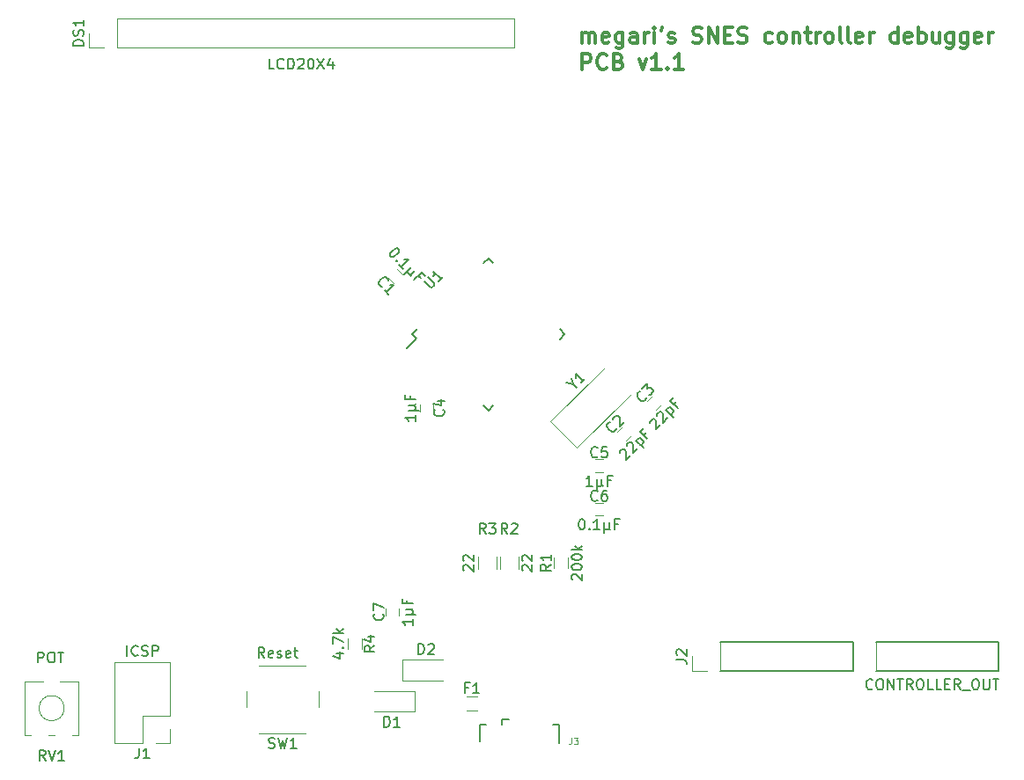
<source format=gbr>
G04 #@! TF.FileFunction,Legend,Top*
%FSLAX46Y46*%
G04 Gerber Fmt 4.6, Leading zero omitted, Abs format (unit mm)*
G04 Created by KiCad (PCBNEW 4.0.7-e1-6374~58~ubuntu16.04.1) date Fri Aug  4 19:48:43 2017*
%MOMM*%
%LPD*%
G01*
G04 APERTURE LIST*
%ADD10C,0.100000*%
%ADD11C,0.300000*%
%ADD12C,0.120000*%
%ADD13C,0.150000*%
%ADD14C,0.127000*%
G04 APERTURE END LIST*
D10*
D11*
X136007143Y-90953571D02*
X136007143Y-89953571D01*
X136007143Y-90096429D02*
X136078571Y-90025000D01*
X136221429Y-89953571D01*
X136435714Y-89953571D01*
X136578571Y-90025000D01*
X136650000Y-90167857D01*
X136650000Y-90953571D01*
X136650000Y-90167857D02*
X136721429Y-90025000D01*
X136864286Y-89953571D01*
X137078571Y-89953571D01*
X137221429Y-90025000D01*
X137292857Y-90167857D01*
X137292857Y-90953571D01*
X138578571Y-90882143D02*
X138435714Y-90953571D01*
X138150000Y-90953571D01*
X138007143Y-90882143D01*
X137935714Y-90739286D01*
X137935714Y-90167857D01*
X138007143Y-90025000D01*
X138150000Y-89953571D01*
X138435714Y-89953571D01*
X138578571Y-90025000D01*
X138650000Y-90167857D01*
X138650000Y-90310714D01*
X137935714Y-90453571D01*
X139935714Y-89953571D02*
X139935714Y-91167857D01*
X139864285Y-91310714D01*
X139792857Y-91382143D01*
X139650000Y-91453571D01*
X139435714Y-91453571D01*
X139292857Y-91382143D01*
X139935714Y-90882143D02*
X139792857Y-90953571D01*
X139507143Y-90953571D01*
X139364285Y-90882143D01*
X139292857Y-90810714D01*
X139221428Y-90667857D01*
X139221428Y-90239286D01*
X139292857Y-90096429D01*
X139364285Y-90025000D01*
X139507143Y-89953571D01*
X139792857Y-89953571D01*
X139935714Y-90025000D01*
X141292857Y-90953571D02*
X141292857Y-90167857D01*
X141221428Y-90025000D01*
X141078571Y-89953571D01*
X140792857Y-89953571D01*
X140650000Y-90025000D01*
X141292857Y-90882143D02*
X141150000Y-90953571D01*
X140792857Y-90953571D01*
X140650000Y-90882143D01*
X140578571Y-90739286D01*
X140578571Y-90596429D01*
X140650000Y-90453571D01*
X140792857Y-90382143D01*
X141150000Y-90382143D01*
X141292857Y-90310714D01*
X142007143Y-90953571D02*
X142007143Y-89953571D01*
X142007143Y-90239286D02*
X142078571Y-90096429D01*
X142150000Y-90025000D01*
X142292857Y-89953571D01*
X142435714Y-89953571D01*
X142935714Y-90953571D02*
X142935714Y-89953571D01*
X142935714Y-89453571D02*
X142864285Y-89525000D01*
X142935714Y-89596429D01*
X143007142Y-89525000D01*
X142935714Y-89453571D01*
X142935714Y-89596429D01*
X143721428Y-89453571D02*
X143578571Y-89739286D01*
X144292857Y-90882143D02*
X144435714Y-90953571D01*
X144721429Y-90953571D01*
X144864286Y-90882143D01*
X144935714Y-90739286D01*
X144935714Y-90667857D01*
X144864286Y-90525000D01*
X144721429Y-90453571D01*
X144507143Y-90453571D01*
X144364286Y-90382143D01*
X144292857Y-90239286D01*
X144292857Y-90167857D01*
X144364286Y-90025000D01*
X144507143Y-89953571D01*
X144721429Y-89953571D01*
X144864286Y-90025000D01*
X146650000Y-90882143D02*
X146864286Y-90953571D01*
X147221429Y-90953571D01*
X147364286Y-90882143D01*
X147435715Y-90810714D01*
X147507143Y-90667857D01*
X147507143Y-90525000D01*
X147435715Y-90382143D01*
X147364286Y-90310714D01*
X147221429Y-90239286D01*
X146935715Y-90167857D01*
X146792857Y-90096429D01*
X146721429Y-90025000D01*
X146650000Y-89882143D01*
X146650000Y-89739286D01*
X146721429Y-89596429D01*
X146792857Y-89525000D01*
X146935715Y-89453571D01*
X147292857Y-89453571D01*
X147507143Y-89525000D01*
X148150000Y-90953571D02*
X148150000Y-89453571D01*
X149007143Y-90953571D01*
X149007143Y-89453571D01*
X149721429Y-90167857D02*
X150221429Y-90167857D01*
X150435715Y-90953571D02*
X149721429Y-90953571D01*
X149721429Y-89453571D01*
X150435715Y-89453571D01*
X151007143Y-90882143D02*
X151221429Y-90953571D01*
X151578572Y-90953571D01*
X151721429Y-90882143D01*
X151792858Y-90810714D01*
X151864286Y-90667857D01*
X151864286Y-90525000D01*
X151792858Y-90382143D01*
X151721429Y-90310714D01*
X151578572Y-90239286D01*
X151292858Y-90167857D01*
X151150000Y-90096429D01*
X151078572Y-90025000D01*
X151007143Y-89882143D01*
X151007143Y-89739286D01*
X151078572Y-89596429D01*
X151150000Y-89525000D01*
X151292858Y-89453571D01*
X151650000Y-89453571D01*
X151864286Y-89525000D01*
X154292857Y-90882143D02*
X154150000Y-90953571D01*
X153864286Y-90953571D01*
X153721428Y-90882143D01*
X153650000Y-90810714D01*
X153578571Y-90667857D01*
X153578571Y-90239286D01*
X153650000Y-90096429D01*
X153721428Y-90025000D01*
X153864286Y-89953571D01*
X154150000Y-89953571D01*
X154292857Y-90025000D01*
X155150000Y-90953571D02*
X155007142Y-90882143D01*
X154935714Y-90810714D01*
X154864285Y-90667857D01*
X154864285Y-90239286D01*
X154935714Y-90096429D01*
X155007142Y-90025000D01*
X155150000Y-89953571D01*
X155364285Y-89953571D01*
X155507142Y-90025000D01*
X155578571Y-90096429D01*
X155650000Y-90239286D01*
X155650000Y-90667857D01*
X155578571Y-90810714D01*
X155507142Y-90882143D01*
X155364285Y-90953571D01*
X155150000Y-90953571D01*
X156292857Y-89953571D02*
X156292857Y-90953571D01*
X156292857Y-90096429D02*
X156364285Y-90025000D01*
X156507143Y-89953571D01*
X156721428Y-89953571D01*
X156864285Y-90025000D01*
X156935714Y-90167857D01*
X156935714Y-90953571D01*
X157435714Y-89953571D02*
X158007143Y-89953571D01*
X157650000Y-89453571D02*
X157650000Y-90739286D01*
X157721428Y-90882143D01*
X157864286Y-90953571D01*
X158007143Y-90953571D01*
X158507143Y-90953571D02*
X158507143Y-89953571D01*
X158507143Y-90239286D02*
X158578571Y-90096429D01*
X158650000Y-90025000D01*
X158792857Y-89953571D01*
X158935714Y-89953571D01*
X159650000Y-90953571D02*
X159507142Y-90882143D01*
X159435714Y-90810714D01*
X159364285Y-90667857D01*
X159364285Y-90239286D01*
X159435714Y-90096429D01*
X159507142Y-90025000D01*
X159650000Y-89953571D01*
X159864285Y-89953571D01*
X160007142Y-90025000D01*
X160078571Y-90096429D01*
X160150000Y-90239286D01*
X160150000Y-90667857D01*
X160078571Y-90810714D01*
X160007142Y-90882143D01*
X159864285Y-90953571D01*
X159650000Y-90953571D01*
X161007143Y-90953571D02*
X160864285Y-90882143D01*
X160792857Y-90739286D01*
X160792857Y-89453571D01*
X161792857Y-90953571D02*
X161649999Y-90882143D01*
X161578571Y-90739286D01*
X161578571Y-89453571D01*
X162935713Y-90882143D02*
X162792856Y-90953571D01*
X162507142Y-90953571D01*
X162364285Y-90882143D01*
X162292856Y-90739286D01*
X162292856Y-90167857D01*
X162364285Y-90025000D01*
X162507142Y-89953571D01*
X162792856Y-89953571D01*
X162935713Y-90025000D01*
X163007142Y-90167857D01*
X163007142Y-90310714D01*
X162292856Y-90453571D01*
X163649999Y-90953571D02*
X163649999Y-89953571D01*
X163649999Y-90239286D02*
X163721427Y-90096429D01*
X163792856Y-90025000D01*
X163935713Y-89953571D01*
X164078570Y-89953571D01*
X166364284Y-90953571D02*
X166364284Y-89453571D01*
X166364284Y-90882143D02*
X166221427Y-90953571D01*
X165935713Y-90953571D01*
X165792855Y-90882143D01*
X165721427Y-90810714D01*
X165649998Y-90667857D01*
X165649998Y-90239286D01*
X165721427Y-90096429D01*
X165792855Y-90025000D01*
X165935713Y-89953571D01*
X166221427Y-89953571D01*
X166364284Y-90025000D01*
X167649998Y-90882143D02*
X167507141Y-90953571D01*
X167221427Y-90953571D01*
X167078570Y-90882143D01*
X167007141Y-90739286D01*
X167007141Y-90167857D01*
X167078570Y-90025000D01*
X167221427Y-89953571D01*
X167507141Y-89953571D01*
X167649998Y-90025000D01*
X167721427Y-90167857D01*
X167721427Y-90310714D01*
X167007141Y-90453571D01*
X168364284Y-90953571D02*
X168364284Y-89453571D01*
X168364284Y-90025000D02*
X168507141Y-89953571D01*
X168792855Y-89953571D01*
X168935712Y-90025000D01*
X169007141Y-90096429D01*
X169078570Y-90239286D01*
X169078570Y-90667857D01*
X169007141Y-90810714D01*
X168935712Y-90882143D01*
X168792855Y-90953571D01*
X168507141Y-90953571D01*
X168364284Y-90882143D01*
X170364284Y-89953571D02*
X170364284Y-90953571D01*
X169721427Y-89953571D02*
X169721427Y-90739286D01*
X169792855Y-90882143D01*
X169935713Y-90953571D01*
X170149998Y-90953571D01*
X170292855Y-90882143D01*
X170364284Y-90810714D01*
X171721427Y-89953571D02*
X171721427Y-91167857D01*
X171649998Y-91310714D01*
X171578570Y-91382143D01*
X171435713Y-91453571D01*
X171221427Y-91453571D01*
X171078570Y-91382143D01*
X171721427Y-90882143D02*
X171578570Y-90953571D01*
X171292856Y-90953571D01*
X171149998Y-90882143D01*
X171078570Y-90810714D01*
X171007141Y-90667857D01*
X171007141Y-90239286D01*
X171078570Y-90096429D01*
X171149998Y-90025000D01*
X171292856Y-89953571D01*
X171578570Y-89953571D01*
X171721427Y-90025000D01*
X173078570Y-89953571D02*
X173078570Y-91167857D01*
X173007141Y-91310714D01*
X172935713Y-91382143D01*
X172792856Y-91453571D01*
X172578570Y-91453571D01*
X172435713Y-91382143D01*
X173078570Y-90882143D02*
X172935713Y-90953571D01*
X172649999Y-90953571D01*
X172507141Y-90882143D01*
X172435713Y-90810714D01*
X172364284Y-90667857D01*
X172364284Y-90239286D01*
X172435713Y-90096429D01*
X172507141Y-90025000D01*
X172649999Y-89953571D01*
X172935713Y-89953571D01*
X173078570Y-90025000D01*
X174364284Y-90882143D02*
X174221427Y-90953571D01*
X173935713Y-90953571D01*
X173792856Y-90882143D01*
X173721427Y-90739286D01*
X173721427Y-90167857D01*
X173792856Y-90025000D01*
X173935713Y-89953571D01*
X174221427Y-89953571D01*
X174364284Y-90025000D01*
X174435713Y-90167857D01*
X174435713Y-90310714D01*
X173721427Y-90453571D01*
X175078570Y-90953571D02*
X175078570Y-89953571D01*
X175078570Y-90239286D02*
X175149998Y-90096429D01*
X175221427Y-90025000D01*
X175364284Y-89953571D01*
X175507141Y-89953571D01*
X136007143Y-93503571D02*
X136007143Y-92003571D01*
X136578571Y-92003571D01*
X136721429Y-92075000D01*
X136792857Y-92146429D01*
X136864286Y-92289286D01*
X136864286Y-92503571D01*
X136792857Y-92646429D01*
X136721429Y-92717857D01*
X136578571Y-92789286D01*
X136007143Y-92789286D01*
X138364286Y-93360714D02*
X138292857Y-93432143D01*
X138078571Y-93503571D01*
X137935714Y-93503571D01*
X137721429Y-93432143D01*
X137578571Y-93289286D01*
X137507143Y-93146429D01*
X137435714Y-92860714D01*
X137435714Y-92646429D01*
X137507143Y-92360714D01*
X137578571Y-92217857D01*
X137721429Y-92075000D01*
X137935714Y-92003571D01*
X138078571Y-92003571D01*
X138292857Y-92075000D01*
X138364286Y-92146429D01*
X139507143Y-92717857D02*
X139721429Y-92789286D01*
X139792857Y-92860714D01*
X139864286Y-93003571D01*
X139864286Y-93217857D01*
X139792857Y-93360714D01*
X139721429Y-93432143D01*
X139578571Y-93503571D01*
X139007143Y-93503571D01*
X139007143Y-92003571D01*
X139507143Y-92003571D01*
X139650000Y-92075000D01*
X139721429Y-92146429D01*
X139792857Y-92289286D01*
X139792857Y-92432143D01*
X139721429Y-92575000D01*
X139650000Y-92646429D01*
X139507143Y-92717857D01*
X139007143Y-92717857D01*
X141507143Y-92503571D02*
X141864286Y-93503571D01*
X142221428Y-92503571D01*
X143578571Y-93503571D02*
X142721428Y-93503571D01*
X143150000Y-93503571D02*
X143150000Y-92003571D01*
X143007143Y-92217857D01*
X142864285Y-92360714D01*
X142721428Y-92432143D01*
X144221428Y-93360714D02*
X144292856Y-93432143D01*
X144221428Y-93503571D01*
X144149999Y-93432143D01*
X144221428Y-93360714D01*
X144221428Y-93503571D01*
X145721428Y-93503571D02*
X144864285Y-93503571D01*
X145292857Y-93503571D02*
X145292857Y-92003571D01*
X145150000Y-92217857D01*
X145007142Y-92360714D01*
X144864285Y-92432143D01*
D12*
X96390000Y-155730000D02*
X96390000Y-150530000D01*
X96390000Y-150530000D02*
X91070000Y-150530000D01*
X91070000Y-150530000D02*
X91070000Y-158390000D01*
X91070000Y-158390000D02*
X93730000Y-158390000D01*
X93730000Y-158390000D02*
X93730000Y-155730000D01*
X93730000Y-155730000D02*
X96390000Y-155730000D01*
X96390000Y-157000000D02*
X96390000Y-158390000D01*
X96390000Y-158390000D02*
X95000000Y-158390000D01*
D13*
X119681445Y-119000000D02*
X120088031Y-119406586D01*
X127000000Y-111681445D02*
X127477297Y-112158742D01*
X134318555Y-119000000D02*
X133841258Y-118522703D01*
X127000000Y-126318555D02*
X126522703Y-125841258D01*
X119681445Y-119000000D02*
X120158742Y-118522703D01*
X127000000Y-126318555D02*
X127477297Y-125841258D01*
X134318555Y-119000000D02*
X133841258Y-119477297D01*
X127000000Y-111681445D02*
X126522703Y-112158742D01*
X120088031Y-119406586D02*
X119186470Y-120308148D01*
D12*
X117873223Y-114071751D02*
X117378249Y-113576777D01*
X118226777Y-112728249D02*
X118721751Y-113223223D01*
X139378249Y-128373223D02*
X139873223Y-127878249D01*
X140721751Y-128726777D02*
X140226777Y-129221751D01*
X142278249Y-125423223D02*
X142773223Y-124928249D01*
X143621751Y-125776777D02*
X143126777Y-126271751D01*
X121650000Y-125750000D02*
X121650000Y-126450000D01*
X120450000Y-126450000D02*
X120450000Y-125750000D01*
D13*
X129000000Y-156050000D02*
X128300000Y-156050000D01*
X128300000Y-156050000D02*
X128300000Y-156550000D01*
X133800000Y-158350000D02*
X133800000Y-156550000D01*
X133800000Y-156550000D02*
X133200000Y-156550000D01*
X126200000Y-158150000D02*
X126200000Y-156550000D01*
X126200000Y-156550000D02*
X126800000Y-156550000D01*
D12*
X134680000Y-140500000D02*
X134680000Y-141500000D01*
X133320000Y-141500000D02*
X133320000Y-140500000D01*
X129880000Y-140400000D02*
X129880000Y-141600000D01*
X128120000Y-141600000D02*
X128120000Y-140400000D01*
X127780000Y-140400000D02*
X127780000Y-141600000D01*
X126020000Y-141600000D02*
X126020000Y-140400000D01*
X87560000Y-152440000D02*
X87560000Y-157560000D01*
X82440000Y-152440000D02*
X82440000Y-157560000D01*
X87560000Y-152440000D02*
X85830000Y-152440000D01*
X84170000Y-152440000D02*
X82440000Y-152440000D01*
X87560000Y-157560000D02*
X86980000Y-157560000D01*
X85320000Y-157560000D02*
X84680000Y-157560000D01*
X83020000Y-157560000D02*
X82440000Y-157560000D01*
X86210000Y-155000000D02*
G75*
G03X86210000Y-155000000I-1210000J0D01*
G01*
D14*
X176067000Y-151397000D02*
X176067000Y-148603000D01*
D12*
X164240000Y-148610000D02*
X164240000Y-151390000D01*
D14*
X176067000Y-148603000D02*
X164240000Y-148603000D01*
X164240000Y-151397000D02*
X176067000Y-151397000D01*
X149270000Y-151397000D02*
X162097000Y-151397000D01*
X162097000Y-151397000D02*
X162097000Y-148603000D01*
X162097000Y-148603000D02*
X149270000Y-148603000D01*
D12*
X149270000Y-148610000D02*
X149270000Y-151390000D01*
X148000000Y-151390000D02*
X146610000Y-151390000D01*
X146610000Y-151390000D02*
X146610000Y-150000000D01*
X119950000Y-155350000D02*
X119950000Y-153350000D01*
X119950000Y-153350000D02*
X116050000Y-153350000D01*
X119950000Y-155350000D02*
X116050000Y-155350000D01*
X118750000Y-150350000D02*
X118750000Y-152350000D01*
X118750000Y-152350000D02*
X122650000Y-152350000D01*
X118750000Y-150350000D02*
X122650000Y-150350000D01*
X125900000Y-155230000D02*
X124900000Y-155230000D01*
X124900000Y-153870000D02*
X125900000Y-153870000D01*
X109450000Y-150900000D02*
X104950000Y-150900000D01*
X110700000Y-154900000D02*
X110700000Y-153400000D01*
X104950000Y-157400000D02*
X109450000Y-157400000D01*
X103700000Y-153400000D02*
X103700000Y-154900000D01*
X137300000Y-131050000D02*
X138000000Y-131050000D01*
X138000000Y-132250000D02*
X137300000Y-132250000D01*
X137300000Y-135250000D02*
X138000000Y-135250000D01*
X138000000Y-136450000D02*
X137300000Y-136450000D01*
X117150000Y-146100000D02*
X117150000Y-145400000D01*
X118350000Y-145400000D02*
X118350000Y-146100000D01*
X113470000Y-149300000D02*
X113470000Y-148300000D01*
X114830000Y-148300000D02*
X114830000Y-149300000D01*
X138086396Y-122268019D02*
X132959872Y-127394544D01*
X132959872Y-127394544D02*
X135505456Y-129940128D01*
X135505456Y-129940128D02*
X140631981Y-124813604D01*
X91270000Y-91390000D02*
X129490000Y-91390000D01*
X129490000Y-91390000D02*
X129490000Y-88610000D01*
X129490000Y-88610000D02*
X91270000Y-88610000D01*
X91270000Y-88610000D02*
X91270000Y-91390000D01*
X90000000Y-91390000D02*
X88610000Y-91390000D01*
X88610000Y-91390000D02*
X88610000Y-90000000D01*
D13*
X93396667Y-158842381D02*
X93396667Y-159556667D01*
X93349047Y-159699524D01*
X93253809Y-159794762D01*
X93110952Y-159842381D01*
X93015714Y-159842381D01*
X94396667Y-159842381D02*
X93825238Y-159842381D01*
X94110952Y-159842381D02*
X94110952Y-158842381D01*
X94015714Y-158985238D01*
X93920476Y-159080476D01*
X93825238Y-159128095D01*
X92253810Y-149982381D02*
X92253810Y-148982381D01*
X93301429Y-149887143D02*
X93253810Y-149934762D01*
X93110953Y-149982381D01*
X93015715Y-149982381D01*
X92872857Y-149934762D01*
X92777619Y-149839524D01*
X92730000Y-149744286D01*
X92682381Y-149553810D01*
X92682381Y-149410952D01*
X92730000Y-149220476D01*
X92777619Y-149125238D01*
X92872857Y-149030000D01*
X93015715Y-148982381D01*
X93110953Y-148982381D01*
X93253810Y-149030000D01*
X93301429Y-149077619D01*
X93682381Y-149934762D02*
X93825238Y-149982381D01*
X94063334Y-149982381D01*
X94158572Y-149934762D01*
X94206191Y-149887143D01*
X94253810Y-149791905D01*
X94253810Y-149696667D01*
X94206191Y-149601429D01*
X94158572Y-149553810D01*
X94063334Y-149506190D01*
X93872857Y-149458571D01*
X93777619Y-149410952D01*
X93730000Y-149363333D01*
X93682381Y-149268095D01*
X93682381Y-149172857D01*
X93730000Y-149077619D01*
X93777619Y-149030000D01*
X93872857Y-148982381D01*
X94110953Y-148982381D01*
X94253810Y-149030000D01*
X94682381Y-149982381D02*
X94682381Y-148982381D01*
X95063334Y-148982381D01*
X95158572Y-149030000D01*
X95206191Y-149077619D01*
X95253810Y-149172857D01*
X95253810Y-149315714D01*
X95206191Y-149410952D01*
X95158572Y-149458571D01*
X95063334Y-149506190D01*
X94682381Y-149506190D01*
X120806081Y-113883577D02*
X121378501Y-114455997D01*
X121479516Y-114489669D01*
X121546859Y-114489669D01*
X121647874Y-114455997D01*
X121782562Y-114321309D01*
X121816234Y-114220294D01*
X121816234Y-114152951D01*
X121782562Y-114051936D01*
X121210142Y-113479516D01*
X122624356Y-113479516D02*
X122220294Y-113883577D01*
X122422325Y-113681547D02*
X121715218Y-112974440D01*
X121748890Y-113142799D01*
X121748890Y-113277485D01*
X121715218Y-113378501D01*
X116795728Y-114418571D02*
X116728385Y-114418571D01*
X116593698Y-114351227D01*
X116526354Y-114283884D01*
X116459010Y-114149196D01*
X116459010Y-114014509D01*
X116492682Y-113913494D01*
X116593697Y-113745136D01*
X116694713Y-113644120D01*
X116863072Y-113543105D01*
X116964087Y-113509433D01*
X117098774Y-113509433D01*
X117233461Y-113576777D01*
X117300805Y-113644120D01*
X117368148Y-113778807D01*
X117368148Y-113846151D01*
X117401820Y-115159349D02*
X116997758Y-114755288D01*
X117199789Y-114957318D02*
X117906895Y-114250211D01*
X117738537Y-114283883D01*
X117603850Y-114283883D01*
X117502835Y-114250211D01*
X118285702Y-110739932D02*
X118353046Y-110807276D01*
X118386718Y-110908291D01*
X118386718Y-110975634D01*
X118353046Y-111076650D01*
X118252031Y-111245008D01*
X118083672Y-111413367D01*
X117915313Y-111514383D01*
X117814298Y-111548054D01*
X117746954Y-111548054D01*
X117645939Y-111514383D01*
X117578595Y-111447038D01*
X117544923Y-111346023D01*
X117544923Y-111278680D01*
X117578595Y-111177665D01*
X117679610Y-111009306D01*
X117847970Y-110840947D01*
X118016328Y-110739932D01*
X118117343Y-110706260D01*
X118184687Y-110706260D01*
X118285702Y-110739932D01*
X118184687Y-111918443D02*
X118184687Y-111985787D01*
X118117343Y-111985787D01*
X118117343Y-111918443D01*
X118184687Y-111918443D01*
X118117343Y-111985787D01*
X118824450Y-112692893D02*
X118420389Y-112288832D01*
X118622419Y-112490862D02*
X119329526Y-111783756D01*
X119161167Y-111817427D01*
X119026480Y-111817427D01*
X118925465Y-111783756D01*
X119598900Y-112524534D02*
X118891793Y-113231641D01*
X119565229Y-113231642D02*
X119531557Y-113332657D01*
X119565229Y-113433672D01*
X119228511Y-112894924D02*
X119194839Y-112995939D01*
X119228511Y-113096954D01*
X119363198Y-113231642D01*
X119464213Y-113265313D01*
X119565229Y-113231642D01*
X119935618Y-112861252D01*
X120474366Y-113602030D02*
X120238664Y-113366328D01*
X119868274Y-113736717D02*
X120575381Y-113029611D01*
X120912099Y-113366328D01*
X139300805Y-128036506D02*
X139300805Y-128103849D01*
X139233461Y-128238536D01*
X139166118Y-128305880D01*
X139031430Y-128373224D01*
X138896743Y-128373224D01*
X138795728Y-128339552D01*
X138627370Y-128238537D01*
X138526354Y-128137521D01*
X138425339Y-127969162D01*
X138391667Y-127868147D01*
X138391667Y-127733460D01*
X138459011Y-127598773D01*
X138526354Y-127531429D01*
X138661041Y-127464086D01*
X138728385Y-127464086D01*
X138997758Y-127194712D02*
X138997758Y-127127369D01*
X139031430Y-127026354D01*
X139199789Y-126857994D01*
X139300805Y-126824323D01*
X139368148Y-126824323D01*
X139469163Y-126857994D01*
X139536507Y-126925338D01*
X139603850Y-127060025D01*
X139603850Y-127868147D01*
X140041583Y-127430414D01*
X139629103Y-130452454D02*
X139629103Y-130385110D01*
X139662775Y-130284095D01*
X139831134Y-130115736D01*
X139932149Y-130082064D01*
X139999493Y-130082064D01*
X140100508Y-130115736D01*
X140167851Y-130183079D01*
X140235195Y-130317766D01*
X140235195Y-131125889D01*
X140672928Y-130688156D01*
X140302538Y-129779019D02*
X140302538Y-129711675D01*
X140336210Y-129610660D01*
X140504569Y-129442301D01*
X140605584Y-129408629D01*
X140672928Y-129408629D01*
X140773943Y-129442301D01*
X140841286Y-129509644D01*
X140908630Y-129644331D01*
X140908630Y-130452454D01*
X141346363Y-130014721D01*
X141178003Y-129240270D02*
X141885110Y-129947377D01*
X141211675Y-129273942D02*
X141245347Y-129172927D01*
X141380034Y-129038239D01*
X141481050Y-129004568D01*
X141548393Y-129004568D01*
X141649408Y-129038239D01*
X141851439Y-129240270D01*
X141885111Y-129341286D01*
X141885111Y-129408629D01*
X141851439Y-129509644D01*
X141716752Y-129644332D01*
X141615736Y-129678003D01*
X142154485Y-128465819D02*
X141918782Y-128701522D01*
X142289172Y-129071912D02*
X141582065Y-128364805D01*
X141918783Y-128028087D01*
X142200805Y-125086506D02*
X142200805Y-125153849D01*
X142133461Y-125288536D01*
X142066118Y-125355880D01*
X141931430Y-125423224D01*
X141796743Y-125423224D01*
X141695728Y-125389552D01*
X141527370Y-125288537D01*
X141426354Y-125187521D01*
X141325339Y-125019162D01*
X141291667Y-124918147D01*
X141291667Y-124783460D01*
X141359011Y-124648773D01*
X141426354Y-124581429D01*
X141561041Y-124514086D01*
X141628385Y-124514086D01*
X141796743Y-124211041D02*
X142234476Y-123773307D01*
X142268147Y-124278384D01*
X142369163Y-124177368D01*
X142470178Y-124143696D01*
X142537522Y-124143696D01*
X142638538Y-124177369D01*
X142806896Y-124345727D01*
X142840568Y-124446743D01*
X142840568Y-124514086D01*
X142806896Y-124615101D01*
X142604865Y-124817132D01*
X142503850Y-124850804D01*
X142436507Y-124850804D01*
X142529103Y-127502454D02*
X142529103Y-127435110D01*
X142562775Y-127334095D01*
X142731134Y-127165736D01*
X142832149Y-127132064D01*
X142899493Y-127132064D01*
X143000508Y-127165736D01*
X143067851Y-127233079D01*
X143135195Y-127367766D01*
X143135195Y-128175889D01*
X143572928Y-127738156D01*
X143202538Y-126829019D02*
X143202538Y-126761675D01*
X143236210Y-126660660D01*
X143404569Y-126492301D01*
X143505584Y-126458629D01*
X143572928Y-126458629D01*
X143673943Y-126492301D01*
X143741286Y-126559644D01*
X143808630Y-126694331D01*
X143808630Y-127502454D01*
X144246363Y-127064721D01*
X144078003Y-126290270D02*
X144785110Y-126997377D01*
X144111675Y-126323942D02*
X144145347Y-126222927D01*
X144280034Y-126088239D01*
X144381050Y-126054568D01*
X144448393Y-126054568D01*
X144549408Y-126088239D01*
X144751439Y-126290270D01*
X144785111Y-126391286D01*
X144785111Y-126458629D01*
X144751439Y-126559644D01*
X144616752Y-126694332D01*
X144515736Y-126728003D01*
X145054485Y-125515819D02*
X144818782Y-125751522D01*
X145189172Y-126121912D02*
X144482065Y-125414805D01*
X144818783Y-125078087D01*
X122657143Y-126266666D02*
X122704762Y-126314285D01*
X122752381Y-126457142D01*
X122752381Y-126552380D01*
X122704762Y-126695238D01*
X122609524Y-126790476D01*
X122514286Y-126838095D01*
X122323810Y-126885714D01*
X122180952Y-126885714D01*
X121990476Y-126838095D01*
X121895238Y-126790476D01*
X121800000Y-126695238D01*
X121752381Y-126552380D01*
X121752381Y-126457142D01*
X121800000Y-126314285D01*
X121847619Y-126266666D01*
X122085714Y-125409523D02*
X122752381Y-125409523D01*
X121704762Y-125647619D02*
X122419048Y-125885714D01*
X122419048Y-125266666D01*
X120002381Y-126766666D02*
X120002381Y-127338095D01*
X120002381Y-127052381D02*
X119002381Y-127052381D01*
X119145238Y-127147619D01*
X119240476Y-127242857D01*
X119288095Y-127338095D01*
X119335714Y-126338095D02*
X120335714Y-126338095D01*
X119859524Y-125861904D02*
X119954762Y-125814285D01*
X120002381Y-125719047D01*
X119859524Y-126338095D02*
X119954762Y-126290476D01*
X120002381Y-126195238D01*
X120002381Y-126004761D01*
X119954762Y-125909523D01*
X119859524Y-125861904D01*
X119335714Y-125861904D01*
X119478571Y-124957142D02*
X119478571Y-125290476D01*
X120002381Y-125290476D02*
X119002381Y-125290476D01*
X119002381Y-124814285D01*
D10*
X135000000Y-157871429D02*
X135000000Y-158300000D01*
X134971428Y-158385714D01*
X134914285Y-158442857D01*
X134828571Y-158471429D01*
X134771428Y-158471429D01*
X135228571Y-157871429D02*
X135600000Y-157871429D01*
X135400000Y-158100000D01*
X135485714Y-158100000D01*
X135542857Y-158128571D01*
X135571428Y-158157143D01*
X135600000Y-158214286D01*
X135600000Y-158357143D01*
X135571428Y-158414286D01*
X135542857Y-158442857D01*
X135485714Y-158471429D01*
X135314286Y-158471429D01*
X135257143Y-158442857D01*
X135228571Y-158414286D01*
D13*
X133002381Y-141166666D02*
X132526190Y-141500000D01*
X133002381Y-141738095D02*
X132002381Y-141738095D01*
X132002381Y-141357142D01*
X132050000Y-141261904D01*
X132097619Y-141214285D01*
X132192857Y-141166666D01*
X132335714Y-141166666D01*
X132430952Y-141214285D01*
X132478571Y-141261904D01*
X132526190Y-141357142D01*
X132526190Y-141738095D01*
X133002381Y-140214285D02*
X133002381Y-140785714D01*
X133002381Y-140500000D02*
X132002381Y-140500000D01*
X132145238Y-140595238D01*
X132240476Y-140690476D01*
X132288095Y-140785714D01*
X135097619Y-142642857D02*
X135050000Y-142595238D01*
X135002381Y-142500000D01*
X135002381Y-142261904D01*
X135050000Y-142166666D01*
X135097619Y-142119047D01*
X135192857Y-142071428D01*
X135288095Y-142071428D01*
X135430952Y-142119047D01*
X136002381Y-142690476D01*
X136002381Y-142071428D01*
X135002381Y-141452381D02*
X135002381Y-141357142D01*
X135050000Y-141261904D01*
X135097619Y-141214285D01*
X135192857Y-141166666D01*
X135383333Y-141119047D01*
X135621429Y-141119047D01*
X135811905Y-141166666D01*
X135907143Y-141214285D01*
X135954762Y-141261904D01*
X136002381Y-141357142D01*
X136002381Y-141452381D01*
X135954762Y-141547619D01*
X135907143Y-141595238D01*
X135811905Y-141642857D01*
X135621429Y-141690476D01*
X135383333Y-141690476D01*
X135192857Y-141642857D01*
X135097619Y-141595238D01*
X135050000Y-141547619D01*
X135002381Y-141452381D01*
X135002381Y-140500000D02*
X135002381Y-140404761D01*
X135050000Y-140309523D01*
X135097619Y-140261904D01*
X135192857Y-140214285D01*
X135383333Y-140166666D01*
X135621429Y-140166666D01*
X135811905Y-140214285D01*
X135907143Y-140261904D01*
X135954762Y-140309523D01*
X136002381Y-140404761D01*
X136002381Y-140500000D01*
X135954762Y-140595238D01*
X135907143Y-140642857D01*
X135811905Y-140690476D01*
X135621429Y-140738095D01*
X135383333Y-140738095D01*
X135192857Y-140690476D01*
X135097619Y-140642857D01*
X135050000Y-140595238D01*
X135002381Y-140500000D01*
X136002381Y-139738095D02*
X135002381Y-139738095D01*
X135621429Y-139642857D02*
X136002381Y-139357142D01*
X135335714Y-139357142D02*
X135716667Y-139738095D01*
X128833334Y-138202381D02*
X128500000Y-137726190D01*
X128261905Y-138202381D02*
X128261905Y-137202381D01*
X128642858Y-137202381D01*
X128738096Y-137250000D01*
X128785715Y-137297619D01*
X128833334Y-137392857D01*
X128833334Y-137535714D01*
X128785715Y-137630952D01*
X128738096Y-137678571D01*
X128642858Y-137726190D01*
X128261905Y-137726190D01*
X129214286Y-137297619D02*
X129261905Y-137250000D01*
X129357143Y-137202381D01*
X129595239Y-137202381D01*
X129690477Y-137250000D01*
X129738096Y-137297619D01*
X129785715Y-137392857D01*
X129785715Y-137488095D01*
X129738096Y-137630952D01*
X129166667Y-138202381D01*
X129785715Y-138202381D01*
X130297619Y-141761905D02*
X130250000Y-141714286D01*
X130202381Y-141619048D01*
X130202381Y-141380952D01*
X130250000Y-141285714D01*
X130297619Y-141238095D01*
X130392857Y-141190476D01*
X130488095Y-141190476D01*
X130630952Y-141238095D01*
X131202381Y-141809524D01*
X131202381Y-141190476D01*
X130297619Y-140809524D02*
X130250000Y-140761905D01*
X130202381Y-140666667D01*
X130202381Y-140428571D01*
X130250000Y-140333333D01*
X130297619Y-140285714D01*
X130392857Y-140238095D01*
X130488095Y-140238095D01*
X130630952Y-140285714D01*
X131202381Y-140857143D01*
X131202381Y-140238095D01*
X126733334Y-138202381D02*
X126400000Y-137726190D01*
X126161905Y-138202381D02*
X126161905Y-137202381D01*
X126542858Y-137202381D01*
X126638096Y-137250000D01*
X126685715Y-137297619D01*
X126733334Y-137392857D01*
X126733334Y-137535714D01*
X126685715Y-137630952D01*
X126638096Y-137678571D01*
X126542858Y-137726190D01*
X126161905Y-137726190D01*
X127066667Y-137202381D02*
X127685715Y-137202381D01*
X127352381Y-137583333D01*
X127495239Y-137583333D01*
X127590477Y-137630952D01*
X127638096Y-137678571D01*
X127685715Y-137773810D01*
X127685715Y-138011905D01*
X127638096Y-138107143D01*
X127590477Y-138154762D01*
X127495239Y-138202381D01*
X127209524Y-138202381D01*
X127114286Y-138154762D01*
X127066667Y-138107143D01*
X124647619Y-141761905D02*
X124600000Y-141714286D01*
X124552381Y-141619048D01*
X124552381Y-141380952D01*
X124600000Y-141285714D01*
X124647619Y-141238095D01*
X124742857Y-141190476D01*
X124838095Y-141190476D01*
X124980952Y-141238095D01*
X125552381Y-141809524D01*
X125552381Y-141190476D01*
X124647619Y-140809524D02*
X124600000Y-140761905D01*
X124552381Y-140666667D01*
X124552381Y-140428571D01*
X124600000Y-140333333D01*
X124647619Y-140285714D01*
X124742857Y-140238095D01*
X124838095Y-140238095D01*
X124980952Y-140285714D01*
X125552381Y-140857143D01*
X125552381Y-140238095D01*
X84404762Y-160052381D02*
X84071428Y-159576190D01*
X83833333Y-160052381D02*
X83833333Y-159052381D01*
X84214286Y-159052381D01*
X84309524Y-159100000D01*
X84357143Y-159147619D01*
X84404762Y-159242857D01*
X84404762Y-159385714D01*
X84357143Y-159480952D01*
X84309524Y-159528571D01*
X84214286Y-159576190D01*
X83833333Y-159576190D01*
X84690476Y-159052381D02*
X85023809Y-160052381D01*
X85357143Y-159052381D01*
X86214286Y-160052381D02*
X85642857Y-160052381D01*
X85928571Y-160052381D02*
X85928571Y-159052381D01*
X85833333Y-159195238D01*
X85738095Y-159290476D01*
X85642857Y-159338095D01*
X83683333Y-150602381D02*
X83683333Y-149602381D01*
X84064286Y-149602381D01*
X84159524Y-149650000D01*
X84207143Y-149697619D01*
X84254762Y-149792857D01*
X84254762Y-149935714D01*
X84207143Y-150030952D01*
X84159524Y-150078571D01*
X84064286Y-150126190D01*
X83683333Y-150126190D01*
X84873809Y-149602381D02*
X85064286Y-149602381D01*
X85159524Y-149650000D01*
X85254762Y-149745238D01*
X85302381Y-149935714D01*
X85302381Y-150269048D01*
X85254762Y-150459524D01*
X85159524Y-150554762D01*
X85064286Y-150602381D01*
X84873809Y-150602381D01*
X84778571Y-150554762D01*
X84683333Y-150459524D01*
X84635714Y-150269048D01*
X84635714Y-149935714D01*
X84683333Y-149745238D01*
X84778571Y-149650000D01*
X84873809Y-149602381D01*
X85588095Y-149602381D02*
X86159524Y-149602381D01*
X85873809Y-150602381D02*
X85873809Y-149602381D01*
X145062381Y-150333333D02*
X145776667Y-150333333D01*
X145919524Y-150380953D01*
X146014762Y-150476191D01*
X146062381Y-150619048D01*
X146062381Y-150714286D01*
X145157619Y-149904762D02*
X145110000Y-149857143D01*
X145062381Y-149761905D01*
X145062381Y-149523809D01*
X145110000Y-149428571D01*
X145157619Y-149380952D01*
X145252857Y-149333333D01*
X145348095Y-149333333D01*
X145490952Y-149380952D01*
X146062381Y-149952381D01*
X146062381Y-149333333D01*
X163935714Y-153107143D02*
X163888095Y-153154762D01*
X163745238Y-153202381D01*
X163650000Y-153202381D01*
X163507142Y-153154762D01*
X163411904Y-153059524D01*
X163364285Y-152964286D01*
X163316666Y-152773810D01*
X163316666Y-152630952D01*
X163364285Y-152440476D01*
X163411904Y-152345238D01*
X163507142Y-152250000D01*
X163650000Y-152202381D01*
X163745238Y-152202381D01*
X163888095Y-152250000D01*
X163935714Y-152297619D01*
X164554761Y-152202381D02*
X164745238Y-152202381D01*
X164840476Y-152250000D01*
X164935714Y-152345238D01*
X164983333Y-152535714D01*
X164983333Y-152869048D01*
X164935714Y-153059524D01*
X164840476Y-153154762D01*
X164745238Y-153202381D01*
X164554761Y-153202381D01*
X164459523Y-153154762D01*
X164364285Y-153059524D01*
X164316666Y-152869048D01*
X164316666Y-152535714D01*
X164364285Y-152345238D01*
X164459523Y-152250000D01*
X164554761Y-152202381D01*
X165411904Y-153202381D02*
X165411904Y-152202381D01*
X165983333Y-153202381D01*
X165983333Y-152202381D01*
X166316666Y-152202381D02*
X166888095Y-152202381D01*
X166602380Y-153202381D02*
X166602380Y-152202381D01*
X167792857Y-153202381D02*
X167459523Y-152726190D01*
X167221428Y-153202381D02*
X167221428Y-152202381D01*
X167602381Y-152202381D01*
X167697619Y-152250000D01*
X167745238Y-152297619D01*
X167792857Y-152392857D01*
X167792857Y-152535714D01*
X167745238Y-152630952D01*
X167697619Y-152678571D01*
X167602381Y-152726190D01*
X167221428Y-152726190D01*
X168411904Y-152202381D02*
X168602381Y-152202381D01*
X168697619Y-152250000D01*
X168792857Y-152345238D01*
X168840476Y-152535714D01*
X168840476Y-152869048D01*
X168792857Y-153059524D01*
X168697619Y-153154762D01*
X168602381Y-153202381D01*
X168411904Y-153202381D01*
X168316666Y-153154762D01*
X168221428Y-153059524D01*
X168173809Y-152869048D01*
X168173809Y-152535714D01*
X168221428Y-152345238D01*
X168316666Y-152250000D01*
X168411904Y-152202381D01*
X169745238Y-153202381D02*
X169269047Y-153202381D01*
X169269047Y-152202381D01*
X170554762Y-153202381D02*
X170078571Y-153202381D01*
X170078571Y-152202381D01*
X170888095Y-152678571D02*
X171221429Y-152678571D01*
X171364286Y-153202381D02*
X170888095Y-153202381D01*
X170888095Y-152202381D01*
X171364286Y-152202381D01*
X172364286Y-153202381D02*
X172030952Y-152726190D01*
X171792857Y-153202381D02*
X171792857Y-152202381D01*
X172173810Y-152202381D01*
X172269048Y-152250000D01*
X172316667Y-152297619D01*
X172364286Y-152392857D01*
X172364286Y-152535714D01*
X172316667Y-152630952D01*
X172269048Y-152678571D01*
X172173810Y-152726190D01*
X171792857Y-152726190D01*
X172554762Y-153297619D02*
X173316667Y-153297619D01*
X173745238Y-152202381D02*
X173935715Y-152202381D01*
X174030953Y-152250000D01*
X174126191Y-152345238D01*
X174173810Y-152535714D01*
X174173810Y-152869048D01*
X174126191Y-153059524D01*
X174030953Y-153154762D01*
X173935715Y-153202381D01*
X173745238Y-153202381D01*
X173650000Y-153154762D01*
X173554762Y-153059524D01*
X173507143Y-152869048D01*
X173507143Y-152535714D01*
X173554762Y-152345238D01*
X173650000Y-152250000D01*
X173745238Y-152202381D01*
X174602381Y-152202381D02*
X174602381Y-153011905D01*
X174650000Y-153107143D01*
X174697619Y-153154762D01*
X174792857Y-153202381D01*
X174983334Y-153202381D01*
X175078572Y-153154762D01*
X175126191Y-153107143D01*
X175173810Y-153011905D01*
X175173810Y-152202381D01*
X175507143Y-152202381D02*
X176078572Y-152202381D01*
X175792857Y-153202381D02*
X175792857Y-152202381D01*
X116961905Y-156802381D02*
X116961905Y-155802381D01*
X117200000Y-155802381D01*
X117342858Y-155850000D01*
X117438096Y-155945238D01*
X117485715Y-156040476D01*
X117533334Y-156230952D01*
X117533334Y-156373810D01*
X117485715Y-156564286D01*
X117438096Y-156659524D01*
X117342858Y-156754762D01*
X117200000Y-156802381D01*
X116961905Y-156802381D01*
X118485715Y-156802381D02*
X117914286Y-156802381D01*
X118200000Y-156802381D02*
X118200000Y-155802381D01*
X118104762Y-155945238D01*
X118009524Y-156040476D01*
X117914286Y-156088095D01*
X120261905Y-149802381D02*
X120261905Y-148802381D01*
X120500000Y-148802381D01*
X120642858Y-148850000D01*
X120738096Y-148945238D01*
X120785715Y-149040476D01*
X120833334Y-149230952D01*
X120833334Y-149373810D01*
X120785715Y-149564286D01*
X120738096Y-149659524D01*
X120642858Y-149754762D01*
X120500000Y-149802381D01*
X120261905Y-149802381D01*
X121214286Y-148897619D02*
X121261905Y-148850000D01*
X121357143Y-148802381D01*
X121595239Y-148802381D01*
X121690477Y-148850000D01*
X121738096Y-148897619D01*
X121785715Y-148992857D01*
X121785715Y-149088095D01*
X121738096Y-149230952D01*
X121166667Y-149802381D01*
X121785715Y-149802381D01*
X125066667Y-153028571D02*
X124733333Y-153028571D01*
X124733333Y-153552381D02*
X124733333Y-152552381D01*
X125209524Y-152552381D01*
X126114286Y-153552381D02*
X125542857Y-153552381D01*
X125828571Y-153552381D02*
X125828571Y-152552381D01*
X125733333Y-152695238D01*
X125638095Y-152790476D01*
X125542857Y-152838095D01*
X105866667Y-158804762D02*
X106009524Y-158852381D01*
X106247620Y-158852381D01*
X106342858Y-158804762D01*
X106390477Y-158757143D01*
X106438096Y-158661905D01*
X106438096Y-158566667D01*
X106390477Y-158471429D01*
X106342858Y-158423810D01*
X106247620Y-158376190D01*
X106057143Y-158328571D01*
X105961905Y-158280952D01*
X105914286Y-158233333D01*
X105866667Y-158138095D01*
X105866667Y-158042857D01*
X105914286Y-157947619D01*
X105961905Y-157900000D01*
X106057143Y-157852381D01*
X106295239Y-157852381D01*
X106438096Y-157900000D01*
X106771429Y-157852381D02*
X107009524Y-158852381D01*
X107200001Y-158138095D01*
X107390477Y-158852381D01*
X107628572Y-157852381D01*
X108533334Y-158852381D02*
X107961905Y-158852381D01*
X108247619Y-158852381D02*
X108247619Y-157852381D01*
X108152381Y-157995238D01*
X108057143Y-158090476D01*
X107961905Y-158138095D01*
X105461905Y-150152381D02*
X105128571Y-149676190D01*
X104890476Y-150152381D02*
X104890476Y-149152381D01*
X105271429Y-149152381D01*
X105366667Y-149200000D01*
X105414286Y-149247619D01*
X105461905Y-149342857D01*
X105461905Y-149485714D01*
X105414286Y-149580952D01*
X105366667Y-149628571D01*
X105271429Y-149676190D01*
X104890476Y-149676190D01*
X106271429Y-150104762D02*
X106176191Y-150152381D01*
X105985714Y-150152381D01*
X105890476Y-150104762D01*
X105842857Y-150009524D01*
X105842857Y-149628571D01*
X105890476Y-149533333D01*
X105985714Y-149485714D01*
X106176191Y-149485714D01*
X106271429Y-149533333D01*
X106319048Y-149628571D01*
X106319048Y-149723810D01*
X105842857Y-149819048D01*
X106700000Y-150104762D02*
X106795238Y-150152381D01*
X106985714Y-150152381D01*
X107080953Y-150104762D01*
X107128572Y-150009524D01*
X107128572Y-149961905D01*
X107080953Y-149866667D01*
X106985714Y-149819048D01*
X106842857Y-149819048D01*
X106747619Y-149771429D01*
X106700000Y-149676190D01*
X106700000Y-149628571D01*
X106747619Y-149533333D01*
X106842857Y-149485714D01*
X106985714Y-149485714D01*
X107080953Y-149533333D01*
X107938096Y-150104762D02*
X107842858Y-150152381D01*
X107652381Y-150152381D01*
X107557143Y-150104762D01*
X107509524Y-150009524D01*
X107509524Y-149628571D01*
X107557143Y-149533333D01*
X107652381Y-149485714D01*
X107842858Y-149485714D01*
X107938096Y-149533333D01*
X107985715Y-149628571D01*
X107985715Y-149723810D01*
X107509524Y-149819048D01*
X108271429Y-149485714D02*
X108652381Y-149485714D01*
X108414286Y-149152381D02*
X108414286Y-150009524D01*
X108461905Y-150104762D01*
X108557143Y-150152381D01*
X108652381Y-150152381D01*
X137483334Y-130757143D02*
X137435715Y-130804762D01*
X137292858Y-130852381D01*
X137197620Y-130852381D01*
X137054762Y-130804762D01*
X136959524Y-130709524D01*
X136911905Y-130614286D01*
X136864286Y-130423810D01*
X136864286Y-130280952D01*
X136911905Y-130090476D01*
X136959524Y-129995238D01*
X137054762Y-129900000D01*
X137197620Y-129852381D01*
X137292858Y-129852381D01*
X137435715Y-129900000D01*
X137483334Y-129947619D01*
X138388096Y-129852381D02*
X137911905Y-129852381D01*
X137864286Y-130328571D01*
X137911905Y-130280952D01*
X138007143Y-130233333D01*
X138245239Y-130233333D01*
X138340477Y-130280952D01*
X138388096Y-130328571D01*
X138435715Y-130423810D01*
X138435715Y-130661905D01*
X138388096Y-130757143D01*
X138340477Y-130804762D01*
X138245239Y-130852381D01*
X138007143Y-130852381D01*
X137911905Y-130804762D01*
X137864286Y-130757143D01*
X136983334Y-133602381D02*
X136411905Y-133602381D01*
X136697619Y-133602381D02*
X136697619Y-132602381D01*
X136602381Y-132745238D01*
X136507143Y-132840476D01*
X136411905Y-132888095D01*
X137411905Y-132935714D02*
X137411905Y-133935714D01*
X137888096Y-133459524D02*
X137935715Y-133554762D01*
X138030953Y-133602381D01*
X137411905Y-133459524D02*
X137459524Y-133554762D01*
X137554762Y-133602381D01*
X137745239Y-133602381D01*
X137840477Y-133554762D01*
X137888096Y-133459524D01*
X137888096Y-132935714D01*
X138792858Y-133078571D02*
X138459524Y-133078571D01*
X138459524Y-133602381D02*
X138459524Y-132602381D01*
X138935715Y-132602381D01*
X137483334Y-134957143D02*
X137435715Y-135004762D01*
X137292858Y-135052381D01*
X137197620Y-135052381D01*
X137054762Y-135004762D01*
X136959524Y-134909524D01*
X136911905Y-134814286D01*
X136864286Y-134623810D01*
X136864286Y-134480952D01*
X136911905Y-134290476D01*
X136959524Y-134195238D01*
X137054762Y-134100000D01*
X137197620Y-134052381D01*
X137292858Y-134052381D01*
X137435715Y-134100000D01*
X137483334Y-134147619D01*
X138340477Y-134052381D02*
X138150000Y-134052381D01*
X138054762Y-134100000D01*
X138007143Y-134147619D01*
X137911905Y-134290476D01*
X137864286Y-134480952D01*
X137864286Y-134861905D01*
X137911905Y-134957143D01*
X137959524Y-135004762D01*
X138054762Y-135052381D01*
X138245239Y-135052381D01*
X138340477Y-135004762D01*
X138388096Y-134957143D01*
X138435715Y-134861905D01*
X138435715Y-134623810D01*
X138388096Y-134528571D01*
X138340477Y-134480952D01*
X138245239Y-134433333D01*
X138054762Y-134433333D01*
X137959524Y-134480952D01*
X137911905Y-134528571D01*
X137864286Y-134623810D01*
X135935714Y-136802381D02*
X136030953Y-136802381D01*
X136126191Y-136850000D01*
X136173810Y-136897619D01*
X136221429Y-136992857D01*
X136269048Y-137183333D01*
X136269048Y-137421429D01*
X136221429Y-137611905D01*
X136173810Y-137707143D01*
X136126191Y-137754762D01*
X136030953Y-137802381D01*
X135935714Y-137802381D01*
X135840476Y-137754762D01*
X135792857Y-137707143D01*
X135745238Y-137611905D01*
X135697619Y-137421429D01*
X135697619Y-137183333D01*
X135745238Y-136992857D01*
X135792857Y-136897619D01*
X135840476Y-136850000D01*
X135935714Y-136802381D01*
X136697619Y-137707143D02*
X136745238Y-137754762D01*
X136697619Y-137802381D01*
X136650000Y-137754762D01*
X136697619Y-137707143D01*
X136697619Y-137802381D01*
X137697619Y-137802381D02*
X137126190Y-137802381D01*
X137411904Y-137802381D02*
X137411904Y-136802381D01*
X137316666Y-136945238D01*
X137221428Y-137040476D01*
X137126190Y-137088095D01*
X138126190Y-137135714D02*
X138126190Y-138135714D01*
X138602381Y-137659524D02*
X138650000Y-137754762D01*
X138745238Y-137802381D01*
X138126190Y-137659524D02*
X138173809Y-137754762D01*
X138269047Y-137802381D01*
X138459524Y-137802381D01*
X138554762Y-137754762D01*
X138602381Y-137659524D01*
X138602381Y-137135714D01*
X139507143Y-137278571D02*
X139173809Y-137278571D01*
X139173809Y-137802381D02*
X139173809Y-136802381D01*
X139650000Y-136802381D01*
X116857143Y-145916666D02*
X116904762Y-145964285D01*
X116952381Y-146107142D01*
X116952381Y-146202380D01*
X116904762Y-146345238D01*
X116809524Y-146440476D01*
X116714286Y-146488095D01*
X116523810Y-146535714D01*
X116380952Y-146535714D01*
X116190476Y-146488095D01*
X116095238Y-146440476D01*
X116000000Y-146345238D01*
X115952381Y-146202380D01*
X115952381Y-146107142D01*
X116000000Y-145964285D01*
X116047619Y-145916666D01*
X115952381Y-145583333D02*
X115952381Y-144916666D01*
X116952381Y-145345238D01*
X119702381Y-146416666D02*
X119702381Y-146988095D01*
X119702381Y-146702381D02*
X118702381Y-146702381D01*
X118845238Y-146797619D01*
X118940476Y-146892857D01*
X118988095Y-146988095D01*
X119035714Y-145988095D02*
X120035714Y-145988095D01*
X119559524Y-145511904D02*
X119654762Y-145464285D01*
X119702381Y-145369047D01*
X119559524Y-145988095D02*
X119654762Y-145940476D01*
X119702381Y-145845238D01*
X119702381Y-145654761D01*
X119654762Y-145559523D01*
X119559524Y-145511904D01*
X119035714Y-145511904D01*
X119178571Y-144607142D02*
X119178571Y-144940476D01*
X119702381Y-144940476D02*
X118702381Y-144940476D01*
X118702381Y-144464285D01*
X116052381Y-148966666D02*
X115576190Y-149300000D01*
X116052381Y-149538095D02*
X115052381Y-149538095D01*
X115052381Y-149157142D01*
X115100000Y-149061904D01*
X115147619Y-149014285D01*
X115242857Y-148966666D01*
X115385714Y-148966666D01*
X115480952Y-149014285D01*
X115528571Y-149061904D01*
X115576190Y-149157142D01*
X115576190Y-149538095D01*
X115385714Y-148109523D02*
X116052381Y-148109523D01*
X115004762Y-148347619D02*
X115719048Y-148585714D01*
X115719048Y-147966666D01*
X112385714Y-149728571D02*
X113052381Y-149728571D01*
X112004762Y-149966667D02*
X112719048Y-150204762D01*
X112719048Y-149585714D01*
X112957143Y-149204762D02*
X113004762Y-149157143D01*
X113052381Y-149204762D01*
X113004762Y-149252381D01*
X112957143Y-149204762D01*
X113052381Y-149204762D01*
X112052381Y-148823810D02*
X112052381Y-148157143D01*
X113052381Y-148585715D01*
X113052381Y-147776191D02*
X112052381Y-147776191D01*
X112671429Y-147680953D02*
X113052381Y-147395238D01*
X112385714Y-147395238D02*
X112766667Y-147776191D01*
X135116547Y-123789983D02*
X135453265Y-124126701D01*
X134510456Y-123655296D02*
X135116547Y-123789983D01*
X134981861Y-123183891D01*
X136295059Y-123284906D02*
X135890998Y-123688968D01*
X136093028Y-123486937D02*
X135385921Y-122779830D01*
X135419593Y-122948189D01*
X135419593Y-123082876D01*
X135385921Y-123183891D01*
X88062381Y-91214286D02*
X87062381Y-91214286D01*
X87062381Y-90976191D01*
X87110000Y-90833333D01*
X87205238Y-90738095D01*
X87300476Y-90690476D01*
X87490952Y-90642857D01*
X87633810Y-90642857D01*
X87824286Y-90690476D01*
X87919524Y-90738095D01*
X88014762Y-90833333D01*
X88062381Y-90976191D01*
X88062381Y-91214286D01*
X88014762Y-90261905D02*
X88062381Y-90119048D01*
X88062381Y-89880952D01*
X88014762Y-89785714D01*
X87967143Y-89738095D01*
X87871905Y-89690476D01*
X87776667Y-89690476D01*
X87681429Y-89738095D01*
X87633810Y-89785714D01*
X87586190Y-89880952D01*
X87538571Y-90071429D01*
X87490952Y-90166667D01*
X87443333Y-90214286D01*
X87348095Y-90261905D01*
X87252857Y-90261905D01*
X87157619Y-90214286D01*
X87110000Y-90166667D01*
X87062381Y-90071429D01*
X87062381Y-89833333D01*
X87110000Y-89690476D01*
X88062381Y-88738095D02*
X88062381Y-89309524D01*
X88062381Y-89023810D02*
X87062381Y-89023810D01*
X87205238Y-89119048D01*
X87300476Y-89214286D01*
X87348095Y-89309524D01*
X106404762Y-93452381D02*
X105928571Y-93452381D01*
X105928571Y-92452381D01*
X107309524Y-93357143D02*
X107261905Y-93404762D01*
X107119048Y-93452381D01*
X107023810Y-93452381D01*
X106880952Y-93404762D01*
X106785714Y-93309524D01*
X106738095Y-93214286D01*
X106690476Y-93023810D01*
X106690476Y-92880952D01*
X106738095Y-92690476D01*
X106785714Y-92595238D01*
X106880952Y-92500000D01*
X107023810Y-92452381D01*
X107119048Y-92452381D01*
X107261905Y-92500000D01*
X107309524Y-92547619D01*
X107738095Y-93452381D02*
X107738095Y-92452381D01*
X107976190Y-92452381D01*
X108119048Y-92500000D01*
X108214286Y-92595238D01*
X108261905Y-92690476D01*
X108309524Y-92880952D01*
X108309524Y-93023810D01*
X108261905Y-93214286D01*
X108214286Y-93309524D01*
X108119048Y-93404762D01*
X107976190Y-93452381D01*
X107738095Y-93452381D01*
X108690476Y-92547619D02*
X108738095Y-92500000D01*
X108833333Y-92452381D01*
X109071429Y-92452381D01*
X109166667Y-92500000D01*
X109214286Y-92547619D01*
X109261905Y-92642857D01*
X109261905Y-92738095D01*
X109214286Y-92880952D01*
X108642857Y-93452381D01*
X109261905Y-93452381D01*
X109880952Y-92452381D02*
X109976191Y-92452381D01*
X110071429Y-92500000D01*
X110119048Y-92547619D01*
X110166667Y-92642857D01*
X110214286Y-92833333D01*
X110214286Y-93071429D01*
X110166667Y-93261905D01*
X110119048Y-93357143D01*
X110071429Y-93404762D01*
X109976191Y-93452381D01*
X109880952Y-93452381D01*
X109785714Y-93404762D01*
X109738095Y-93357143D01*
X109690476Y-93261905D01*
X109642857Y-93071429D01*
X109642857Y-92833333D01*
X109690476Y-92642857D01*
X109738095Y-92547619D01*
X109785714Y-92500000D01*
X109880952Y-92452381D01*
X110547619Y-92452381D02*
X111214286Y-93452381D01*
X111214286Y-92452381D02*
X110547619Y-93452381D01*
X112023810Y-92785714D02*
X112023810Y-93452381D01*
X111785714Y-92404762D02*
X111547619Y-93119048D01*
X112166667Y-93119048D01*
M02*

</source>
